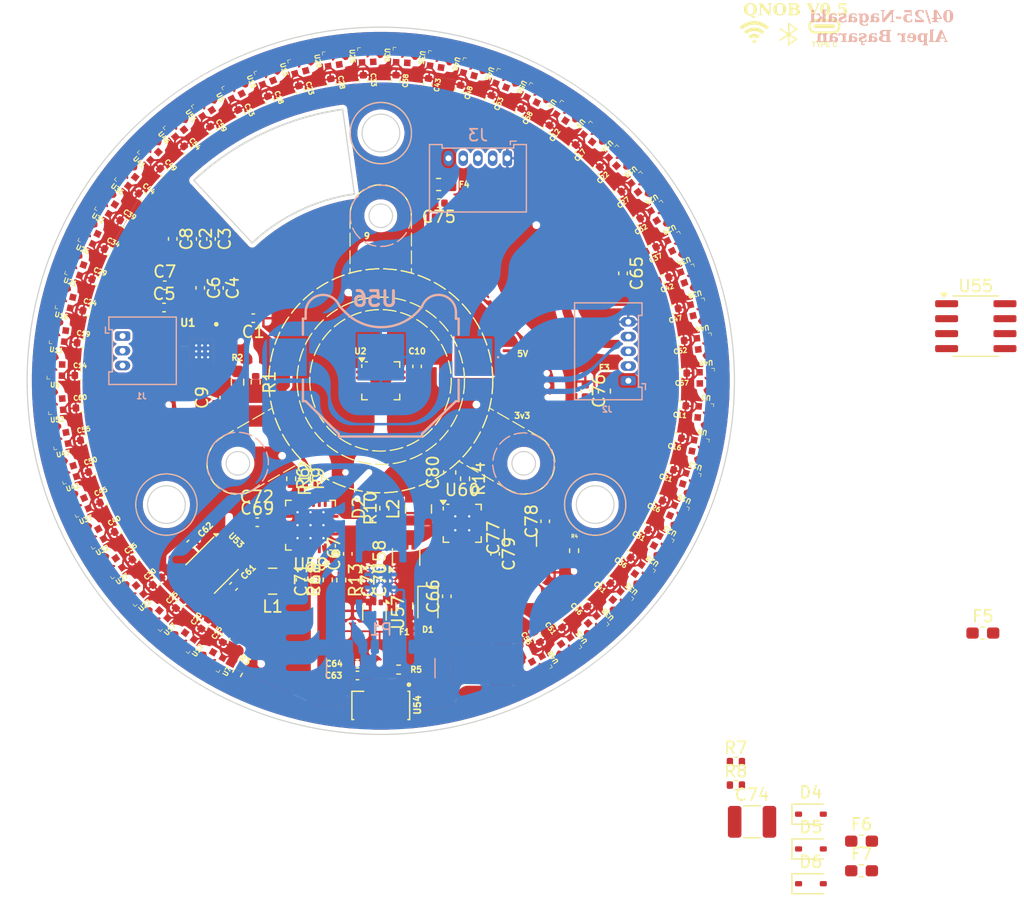
<source format=kicad_pcb>
(kicad_pcb (version 20241229) (generator "pcbnew") (generator_version "9.0")
  (layers (0 "F.Cu" signal) (2 "B.Cu" signal) (13 "F.Paste" user) (15 "B.Paste" user) (5 "F.SilkS" user "F.Silkscreen") (7 "B.SilkS" user "B.Silkscreen") (1 "F.Mask" user) (3 "B.Mask" user) (25 "Edge.Cuts" user))
  (net 0 "")
  (net 1 "GND")
  (net 2 "/Motor drive/CP")
  (net 3 "/Motor drive/MOT_A")
  (net 4 "/Motor drive/MOT_B")
  (net 5 "/Motor drive/MOT_C")
  (net 6 "VSYS_PROTECTED")
  (net 7 "/GPIO5")
  (net 8 "/GPIO8")
  (net 9 "/GPIO7")
  (net 10 "/GPIO6")
  (net 11 "/GPIO20")
  (net 12 "/GPIO21")
  (net 13 "DRV8311_3v3")
  (net 14 "Net-(U4-DIn)")
  (net 15 "Net-(U4-Dout)")
  (net 16 "Net-(U10-DIn)")
  (net 17 "Net-(U10-Dout)")
  (net 18 "Net-(U11-Dout)")
  (net 19 "Net-(U12-Dout)")
  (net 20 "Net-(U13-Dout)")
  (net 21 "Net-(U14-Dout)")
  (net 22 "Net-(U15-Dout)")
  (net 23 "Net-(U16-Dout)")
  (net 24 "Net-(U17-Dout)")
  (net 25 "Net-(U18-Dout)")
  (net 26 "Net-(U19-Dout)")
  (net 27 "Net-(U20-Dout)")
  (net 28 "Net-(U21-Dout)")
  (net 29 "Net-(U22-Dout)")
  (net 30 "Net-(U23-Dout)")
  (net 31 "Net-(U24-Dout)")
  (net 32 "Net-(U25-Dout)")
  (net 33 "Net-(U26-Dout)")
  (net 34 "Net-(U27-Dout)")
  (net 35 "Net-(U28-Dout)")
  (net 36 "Net-(U29-Dout)")
  (net 37 "Net-(U30-Dout)")
  (net 38 "Net-(U31-Dout)")
  (net 39 "Net-(U32-Dout)")
  (net 40 "Net-(U33-Dout)")
  (net 41 "Net-(U34-Dout)")
  (net 42 "Net-(U35-Dout)")
  (net 43 "Net-(U36-Dout)")
  (net 44 "Net-(U37-Dout)")
  (net 45 "Net-(U38-Dout)")
  (net 46 "Net-(U39-Dout)")
  (net 47 "Net-(U40-Dout)")
  (net 48 "Net-(U41-Dout)")
  (net 49 "Net-(U42-Dout)")
  (net 50 "Net-(U43-Dout)")
  (net 51 "Net-(U44-Dout)")
  (net 52 "Net-(U45-Dout)")
  (net 53 "Net-(U46-Dout)")
  (net 54 "Net-(U47-Dout)")
  (net 55 "Net-(U48-Dout)")
  (net 56 "Net-(U52-Dout)")
  (net 57 "3V3_Protected")
  (net 58 "/GPIO1")
  (net 59 "Net-(J2-Pin_1)")
  (net 60 "/leds/LED_Din")
  (net 61 "Net-(D1-K)")
  (net 62 "/encoder/MODE")
  (net 63 "/ENC_POWER")
  (net 64 "/Connectors/LED_CTRL")
  (net 65 "/Connectors/GPIO4")
  (net 66 "/Connectors/GPIO3")
  (net 67 "/Connectors/GPIO0")
  (net 68 "/Connectors/GPIO21")
  (net 69 "/Connectors/GPIO20")
  (net 70 "Net-(U59-BTST)")
  (net 71 "Net-(C68-Pad2)")
  (net 72 "Net-(U59-REGN)")
  (net 73 "Net-(U59-PMID)")
  (net 74 "Net-(J3-Pin_5)")
  (net 78 "Net-(U59-ILIM)")
  (net 79 "Net-(D2-A)")
  (net 80 "Net-(U59-TS)")
  (net 81 "Net-(U59-DSEL)")
  (net 86 "VBUS_Protected")
  (net 87 "VBUS")
  (net 88 "Net-(P1-D-)")
  (net 89 "Net-(P1-D+)")
  (net 90 "Net-(D2-K)")
  (net 91 "VREF")
  (net 92 "/Connectors/SDA")
  (net 93 "/Connectors/SCL")
  (net 94 "/Connectors/INT")
  (net 95 "/Connectors/OTG")
  (net 96 "/Connectors/!CE")
  (net 97 "/Connectors/D-")
  (net 98 "/Connectors/D+")
  (net 99 "Net-(C69-Pad2)")
  (net 100 "Net-(C70-Pad2)")
  (net 101 "5V")
  (net 102 "Net-(D5-K)")
  (net 103 "Net-(U60-SS{slash}TR)")
  (net 104 "Net-(D6-K)")
  (net 105 "3V3")
  (net 106 "Net-(L2-Pad1)")
  (net 107 "Net-(U1-nFault)")
  (net 108 "Net-(U1-CS_GAIN)")
  (net 109 "Net-(U7-DIn)")
  (net 125 "Net-(U3-Dout)")
  (net 126 "Net-(U3-DIn)")
  (net 127 "Net-(U5-DIn)")
  (net 128 "Net-(U11-DIn)")
  (net 129 "Net-(U12-DIn)")
  (net 130 "Net-(U13-DIn)")
  (net 131 "Net-(U14-DIn)")
  (net 133 "Net-(U55-X1)")
  (net 134 "Net-(U55-VBAT)")
  (net 136 "Net-(U55-X2)")
  (footprint "Resistor_SMD:R_0402_1005Metric" (layer "F.Cu") (at -12.155001 24.771673 60)
    (property "Reference" "R3")
    (property "Value" "500")
  )
  (footprint "Fuse:Fuse_0603_1608Metric_Pad1.05x0.95mm_HandSolder" (layer "F.Cu") (at 40.785 39.055)
    (property "Reference" "F6")
    (property "Value" "1A")
  )
  (footprint "Capacitor_SMD:C_0402_1005Metric" (layer "F.Cu") (at -18.369324 -17.657819 135.9192)
    (property "Reference" "C49")
    (property "Value" "100n 10V")
  )
  (footprint "custom_led:SK6805-EC15" (layer "F.Cu") (at 25.16567 11.183257 156.7368)
    (property "Reference" "U18")
    (property "Value" "~")
  )
  (footprint "custom_led:SK6805-EC15" (layer "F.Cu") (at 15.96371 22.439612 126.1248)
    (property "Reference" "U43")
    (property "Value" "~")
  )
  (footprint "Diode_SMD:D_SOD-323" (layer "F.Cu") (at 4 19.05 -90)
    (property "Reference" "D1")
    (property "Value" "ESD5Zxx")
  )
  (footprint "Capacitor_SMD:C_0402_1005Metric" (layer "F.Cu") (at 17.200724 18.798024 -47.7528)
    (property "Reference" "C46")
    (property "Value" "100n 10V")
  )
  (footprint "custom_led:SK6805-EC15" (layer "F.Cu") (at -9.74911 -25.755214 -68.5704)
    (property "Reference" "U10")
    (property "Value" "~")
  )
  (footprint "custom_led:SK6805-EC15" (layer "F.Cu") (at -26.411843 7.796844 17.1432)
    (property "Reference" "U42")
    (property "Value" "~")
  )
  (footprint "custom_led:SK6805-EC15" (layer "F.Cu") (at -25.830234 -9.548572 -19.5912)
    (property "Reference" "U21")
    (property "Value" "~")
  )
  (footprint "Capacitor_SMD:C_0402_1005Metric" (layer "F.Cu") (at 3.972863 -25.168372 80.8176)
    (property "Reference" "C43")
    (property "Value" "100n 10V")
  )
  (footprint "custom_led:SK6805-EC15" (layer "F.Cu") (at 20.359736 18.543392 138.3696)
    (property "Reference" "U33")
    (property "Value" "~")
  )
  (footprint "symbols:bluetooth_2.5mm" (layer "F.Cu") (at 34.675833 -29.411146)
    (property "Reference" "G***" (hide yes))
    (property "Value" "LOGO" (hide yes))
  )
  (footprint "symbols:wifi" (layer "F.Cu") (at 31.68 -29.58)
    (property "Reference" "G***" (hide yes))
    (property "Value" "LOGO" (hide yes))
  )
  (footprint "Capacitor_SMD:C_0402_1005Metric" (layer "F.Cu") (at -2.25 16.93 -90)
    (property "Reference" "C73")
    (property "Value" "10u")
  )
  (footprint "custom_led:SK6805-EC15" (layer "F.Cu") (at -4.064924 -27.236971 -80.8152)
    (property "Reference" "U20")
    (property "Value" "~")
  )
  (footprint "Capacitor_SMD:C_0402_1005Metric" (layer "F.Cu") (at -22.997608 -10.969988 154.2864)
    (property "Reference" "C34")
    (property "Value" "100n 10V")
  )
  (footprint "Fuse:Fuse_0603_1608Metric_Pad1.05x0.95mm_HandSolder" (layer "F.Cu") (at 4.907696 -16.65)
    (property "Reference" "F4")
    (property "Value" "500m")
  )
  (footprint "Capacitor_SMD:C_0402_1005Metric" (layer "F.Cu") (at -18.327499 -8.099999)
    (property "Reference" "C7")
    (property "Value" "100n")
  )
  (footprint "Package_DFN_QFN:VQFN-16-1EP_3x3mm_P0.5mm_EP1.68x1.68mm_ThermalVias" (layer "F.Cu") (at 6.91 12.09)
    (property "Reference" "U60")
    (property "Value" "TPS62130")
  )
  (footprint "Resistor_SMD:R_0402_1005Metric" (layer "F.Cu") (at -4.5 16.89 90)
    (property "Reference" "R11")
    (property "Value" "10k")
  )
  (footprint "custom_led:SK6805-EC15" (layer "F.Cu") (at 20.013252 -18.916817 -135.9168)
    (property "Reference" "U14")
    (property "Value" "~")
  )
  (footprint "Capacitor_SMD:C_0402_1005Metric" (layer "F.Cu") (at -21.696457 -13.360178 148.164)
    (property "Reference" "C39")
    (property "Value" "100n 10V")
  )
  (footprint "Capacitor_SMD:C_1210_3225Metric" (layer "F.Cu") (at 31.495 37.415)
    (property "Reference" "C74")
    (property "Value" "1u")
  )
  (footprint "custom_led:SK6805-EC15" (layer "F.Cu") (at 22.221315 16.266203 144.492)
    (property "Reference" "U28")
    (property "Value" "~")
  )
  (footprint "Capacitor_SMD:C_0402_1005Metric" (layer "F.Cu") (at -13.724678 -7.87171 -90)
    (property "Reference" "C4")
    (property "Value" "10u")
  )
  (footprint "Resistor_SMD:R_0402_1005Metric" (layer "F.Cu") (at -3.35 16.91 -90)
    (property "Reference" "R13")
    (property "Value" "10k")
  )
  (footprint "custom_led:SK6805-EC15" (layer "F.Cu") (at 13.479411 24.014198 120.0024)
    (property "Reference" "U48")
    (property "Value" "~")
  )
  (footprint "Fuse:Fuse_0603_1608Metric_Pad1.05x0.95mm_HandSolder" (layer "F.Cu") (at 40.785 41.565)
    (property "Reference" "F7")
    (property "Value" "200mA")
  )
  (footprint "custom_led:SK6805-EC15" (layer "F.Cu") (at -6.946638 -26.648085 -74.6928)
    (property "Reference" "U15")
    (property "Value" "~")
  )
  (footprint "Capacitor_SMD:C_0402_1005Metric" (layer "F.Cu") (at -14.206399 -21.152041 123.6744)
    (property "Reference" "C59")
    (property "Value" "100n 10V")
  )
  (footprint "custom_led:SK6805-EC15" (layer "F.Cu") (at -19.548305 -19.396906 -44.0808)
    (property "Reference" "U41")
    (property "Value" "~")
  )
  (footprint "custom_led:SK6805-EC15" (layer "F.Cu") (at 24.954506 -11.646837 -154.284)
    (property "Reference" "U29")
    (property "Value" "~")
  )
  (footprint "LED_SMD:LED_0402_1005Metric" (layer "F.Cu") (at -0.7 10.7825 90)
    (property "Reference" "D2")
    (property "Value" "white")
  )
  (footprint "custom_led:SK6805-EC15" (layer "F.Cu") (at 17.881571 -20.943391 -129.7944)
    (property "Reference" "U9")
    (property "Value" "~")
  )
  (footprint "Capacitor_SMD:C_0402_1005Metric" (layer "F.Cu") (at -6.8 16.88 -90)
    (property "Reference" "C68")
    (property "Value" "47n")
  )
  (footprint "Capacitor_SMD:C_0402_1005Metric" (layer "F.Cu") (at 17.35 0.86 -90)
    (property "Reference" "C76")
    (property "Value" "10u")
  )
  (footprint "Resistor_SMD:R_0402_1005Metric" (layer "F.Cu") (at -5.4 8.29 90)
    (property "Reference" "R6")
    (property "Value" "10k")
  )
  (footprint "Capacitor_SMD:C_0402_1005Metric" (layer "F.Cu") (at 11.701171 -22.634337 62.4504)
    (property "Reference" "C58")
    (property "Value" "100n 10V")
  )
  (footprint "Capacitor_SMD:C_0402_1005Metric" (layer "F.Cu") (at -24.991887 4.963485 -168.9792)
    (property "Reference" "C55")
    (property "Value" "100n 10V")
  )
  (footprint "Package_LGA:Bosch_LGA-8_3x3mm_P0.8mm_ClockwisePinNumbering" (layer "F.Cu") (at -14.263536 15.755491 -45)
    (property "Reference" "U53")
    (property "Value" "BME688")
  )
  (footprint "Capacitor_SMD:C_0402_1005Metric" (layer "F.Cu") (at -16.110589 13.850589 -135)
    (property "Reference" "C62")
    (property "Value" "100n")
  )
  (footprint "Fuse:Fuse_0603_1608Metric_Pad1.05x0.95mm_HandSolder" (layer "F.Cu") (at 18.97 0.875 90)
    (property "Reference" "F3")
    (property "Value" "500m")
  )
  (footprint "Capacitor_SMD:C_0402_1005Metric" (layer "F.Cu") (at -5.6 16.88 90)
    (property "Reference" "C71")
    (property "Value" "47n")
  )
  (footprint "custom_led:SK6805-EC15" (layer "F.Cu") (at 26.856966 -6.0893 -166.5288)
    (property "Reference" "U39")
    (property "Value" "~")
  )
  (footprint "Capacitor_SMD:C_0402_1005Metric" (layer "F.Cu") (at 23.972772 -8.633468 19.5936)
    (property "Reference" "C42")
    (property "Value" "100n 10V")
  )
  (footprint "Resistor_SMD:R_0402_1005Metric" (layer "F.Cu") (at -6.5 8.29 -90)
    (property "Reference" "R9")
    (property "Value" "260")
  )
  (footprint "custom_led:SK6805-EC15" (layer "F.Cu") (at 21.916634 -16.674452 -142.0392)
    (property "Reference" "U19")
    (property "Value" "~")
  )
  (footprint "Capacitor_SMD:C_0402_1005Metric_Pad0.74x0.62mm_HandSolder" (layer "F.Cu") (at 20.55 -9.1125 -90)
    (property "Reference" "C65")
    (property "Value" "100n")
  )
  (footprint "Resistor_SMD:R_0402_1005Metric" (layer "F.Cu") (at -10.61 0.1175 -90)
    (property "Reference" "R1")
    (property "Value" "4.7k")
  )
  (footprint "Capacitor_SMD:C_0402_1005Metric" (layer "F.Cu") (at -20.686026 14.876791 -144.4896)
    (property "Reference" "C35")
    (property "Value" "100n 10V")
  )
  (footprint "custom_led:SK6805-EC15" (layer "F.Cu") (at 18.265906 20.609049 132.2472)
    (property "Reference" "U38")
    (property "Value" "~")
  )
  (footprint "custom_led:SK6805-EC15" (layer "F.Cu") (at -14.989718 -23.101614 -56.3256)
    (property "Reference" "U51")
    (property "Value" "~")
  )
  (footprint "Capacitor_SMD:C_0402_1005Metric" (layer "F.Cu") (at -25.476031 -0.449936 178.776)
    (property "Reference" "C14")
    (property "Value" "100n 10V")
  )
  (footprint "Capacitor_SMD:C_0402_1005Metric" (layer "F.Cu") (at 4.922696 -15.070001 180)
    (property "Reference" "C75")
    (property "Value" "10u")
  )
  (footprint "Capacitor_SMD:C_0402_1005Metric" (layer "F.Cu") (at -22.154691 12.585716 -150.612)
    (property "Reference" "C40")
    (property "Value" "100n 10V")
  )
  (footprint "Diode_SMD:D_SOD-323" (layer "F.Cu") (at 36.49 36.765)
    (property "Reference" "D4")
    (property "Value" "ESD5Zxx")
  )
  (footprint "Package_DFN_QFN:IC_DRV8311HRRWR" (layer "F.Cu") (at -15.155583 -2.495806 -90)
    (property "Reference" "U1")
    (property "Value" "~")
  )
  (footprint "Capacitor_SMD:C_0402_1005Metric" (layer "F.Cu") (at -24.801034 -5.842886 166.5312)
    (property "Reference" "C24")
    (property "Value" "100n 10V")
  )
  (footprint "custom_led:SK6805-EC15" (layer "F.Cu") (at -22.609502 15.72217 35.5104)
    (property "Reference" "U27")
    (property "Value" "~")
  )
  (footprint "Capacitor_SMD:C_0402_1005Metric" (layer "F.Cu") (at -1.98 25)
    (property "Reference" "C63")
    (property "Value" "10u")
  )
  (footprint "Capacitor_SMD:C_0402_1005Metric" (layer "F.Cu") (at -20.147807 -15.597964 142.0416)
    (property "Reference" "C44")
    (property "Value" "100n 10V")
  )
  (footprint "Inductor_SMD:L_Wuerth_MAPI-2506" (layer "F.Cu") (at -9.175 17 180)
    (property "Reference" "L1")
    (property "Value" "2.2u")
  )
  (footprint "Capacitor_SMD:C_0402_1005Metric" (layer "F.Cu") (at 19.107478 16.856301 -41.6304)
    (property "Reference" "C41")
    (property "Value" "100n 10V")
  )
  (footprint "Capacitor_SMD:C_0402_1005Metric" (layer "F.Cu") (at 6.634481 -24.601103 74.6952)
    (property "Reference" "C48")
    (property "Value" "100n 10V")
  )
  (footprint "Capacitor_SMD:C_1210_3225Metric" (layer "F.Cu") (at 11.85 13.325 90)
    (property "Reference" "C77")
    (property "Value" "100n")
  )
  (footprint "Capacitor_SMD:C_0402_1005Metric" (layer "F.Cu") (at 16.235467 -19.637724 50.2056)
    (property "Reference" "C17")
    (property "Value" "100n 10V")
  )
  (footprint "Capacitor_SMD:C_0402_1005Metric" (layer "F.Cu") (at -10.52 11)
    (property "Reference" "C72")
    (property "Value" "10u")
  )
  (footprint "Capacitor_SMD:C_0402_1005Metric" (layer "F.Cu") (at -1.98 24)
    (property "Reference" "C64")
    (property "Value" "100n")
  )
  (footprint "custom_led:SK6805-EC15" (layer "F.Cu") (at -16.503549 22.045613 53.8776)
    (property "Reference" "U12")
    (property "Value" "~")
  )
  (footprint "Capacitor_SMD:C_0402_1005Metric" (layer "F.Cu") (at 20.796267 14.722292 -35.508)
    (property "Reference" "C36")
    (property "Value" "100n 10V")
  )
  (footprint "Capacitor_SMD:C_0402_1005Metric" (layer "F.Cu") (at 15.097754 20.525312 -53.8752)
    (property "Reference" "C51")
    (property "Value" "100n 10V")
  )
  (footprint "custom_led:SK6805-EC15" (layer "F.Cu") (at 26.965006 5.59148 168.9816)
    (property "Reference" "U8")
    (property "Value" "~")
  )
  (footprint "custom_led:SK6805-EC15" (layer "F.Cu") (at 27.353224 -3.190198 -172.6512)
    (property "Reference" "U44")
    (property "Value" "~")
  )
  (footprint "Capacitor_SMD:C_0402_1005Metric" (layer "F.Cu") (at -14 1.425009 90)
    (property "Reference" "C9")
    (property "Value" "4.7u")
  )
  (footprint "Capacitor_SMD:C_0402_1005Metric" (layer "F.Cu") (at -24.036417 -8.45466 160.4088)
    (property "Reference" "C29")
    (property "Value" "100n 10V")
  )
  (footprint "Capacitor_SMD:C_0402_1005Metric" (layer "F.Cu") (at 1.265926 -25.448537 86.94)
    (property "Reference" "C38")
    (property "Value" "100n 10V")
  )
  (footprint "Package_TO_SOT_SMD:SOT-363_SC-70-6" (layer "F.Cu") (at 2.15 14.95 90)
    (property "Reference" "U58")
    (property "Value" "LM66100DCK")
  )
  (footprint "custom_led:SK6805-EC15" (layer "F.Cu") (at -27.464607 2.017807 4.8984)
    (property "Reference" "U52")
    (property "Value" "~")
  )
  (footprint "Package_SO:SOIC-8_3.9x4.9mm_P1.27mm" (layer "F.Cu") (at 50.475 -4.635)
    (property "Reference" "U55")
    (property "Value" "DS1307Z+")
  )
  (footprint "Capacitor_SMD:C_0402_1005Metric" (layer "F.Cu") (at 9.7 14.68 -90)
    (property "Reference" "C79")
    (property "Value" "3.3n")
  )
  (footprint "Capacitor_SMD:C_0402_1005Metric" (layer "F.Cu") (at -9.397094 -23.68386 111.4296)
    (property "Reference" "C18")
    (property "Value" "100n 10V")
  )
  (footprint "custom_led:SK6805-EC15" (layer "F.Cu") (at 26.214859 8.435482 162.8592)
    (property "Reference" "U13")
    (property "Value" "~")
  )
  (footprint "Fuse:Fuse_0603_1608Metric_Pad1.05x0.95mm_HandSolder" (layer "F.Cu") (at 51.075 21.4)
    (property "Reference" "F5")
    (property "Value" "1A")
  )
  (footprint "Capacitor_SMD:C_0402_1005Metric" (layer "F.Cu") (at -10.818274 -5.309999 180)
    (property "Reference" "C1")
    (property "Value" "100n")
  )
  (footprint "Resistor_SMD:R_0402_1005Metric" (layer "F.Cu") (at 16.4 14.415 -90)
    (property "Reference" "R4")
    (property "Value" "500")
  )
  (footprint "custom_led:SK6805-EC15" (layer "F.Cu") (at -1.136839 -27.515156 -86.9376)
    (property "Reference" "U25")
    (property "Value" "~")
  )
  (footprint "Package_TO_SOT_SMD:SOT-666" (layer "F.Cu") (at -0.5375 19.65 -90)
    (property "Reference" "U57")
    (property "Value" "USBLC6-2P6")
  )
  (footprint "Capacitor_SMD:C_0402_1005Metric" (layer "F.Cu") (at -4.160228 -25.138081 99.1848)
    (property "Reference" "C28")
    (property "Value" "100n 10V")
  )
  (footprint "Capacitor_SMD:C_0402_1005Metric" (layer "F.Cu") (at -10.48 12)
    (property "Reference" "C69")
    (property "Value" "10u")
  )
  (footprint "Capacitor_SMD:C_0402_1005Metric" (layer "F.Cu") (at -17.060223 18.925628 -132.2448)
    (property "Reference" "C25")
    (property "Value" "100n 10V")
  )
  (footprint "Fuse:Fuse_0805_2012Metric_Pad1.15x1.40mm_HandSolder" (layer "F.Cu") (at 2 19.105 90)
    (property "Reference" "F1")
    (property "Value" "2.5A")
  )
  (footprint "Capacitor_SMD:C_0402_1005Metric" (layer "F.Cu") (at 21.596337 -13.521421 31.8384)
    (property "Reference" "C32")
    (property "Value" "100n 10V")
  )
  (footprint "custom_led:SK6805-EC15" (layer "F.Cu") (at -18.760645 20.159722 47.7552)
    (property "Reference" "U17")
    (property "Value" "~")
  )
  (footprint "Capacitor_SMD:C_0402_1005Metric" (layer "F.Cu") (at -16.381295 -19.516244 129.7968)
    (property "Reference" "C54")
    (property "Value" "100n 10V")
  )
  (footprint "custom_led:SK6805-EC15" (layer "F.Cu") (at 1.804213 -27.479465 -93.06)
    (property "Reference" "U30")
    (property "Value" "~")
  )
  (footprint "Capacitor_SMD:C_0402_1005Metric" (layer "F.Cu") (at 25.394914 2.080615 -4.896)
    (property "Reference" "C11")
    (property "Value" "100n 10V")
  )
  (footprint "custom_led:SK6805-EC15" (layer "F.Cu") (at -26.701288 -6.739243 -13.4688)
    (property "Reference" "U16")
    (property "Value" "~")
  )
  (footprint "Resistor_SMD:R_0402_1005Metric" (layer "F.Cu") (at 7.15 8.31 -90)
    (property "Reference" "R14")
    (property "Value" "100k")
  )
  (footprint "Capacitor_SMD:C_0603_1608Metric" (layer "F.Cu") (at 5.85 7.775 90)
    (property "Reference" "C80")
    (property "Value" "22u")
  )
  (footprint "Capacitor_SMD:C_0402_1005Metric" (layer "F.Cu") (at -14.944446 20.637203 -126.1224)
    (property "Reference" "C20")
    (property "Value" "100n 10V")
  )
  (footprint "Diode_SMD:D_SOD-323" (layer "F.Cu") (at 36.49 39.715)
    (property "Reference" "D5")
    (property "Value" "ESD5Zxx")
  )
  (footprint "Package_DFN_QFN:QFN-16-1EP_3x3mm_P0.5mm_EP1.7x1.7mm" (layer "F.Cu") (at 0 0)
    (property "Reference" "U2")
    (property "Value" "MT6701QT")
  )
  (footprint "custom_led:SK6805-EC15" (layer "F.Cu") (at 10.371239 -25.511049 -111.4272)
    (property "Reference" "U45")
    (property "Value" "~")
  )
  (footprint "Capacitor_SMD:C_0402_1005Metric" (layer "F.Cu") (at -17.650001 -12.037499 -90)
    (property "Reference" "C8")
    (property "Value" "100n")
  )
  (footprint "Capacitor_SMD:C_0402_1005Metric" (layer "F.Cu") (at 9.220416 -23.7532 68.5728)
    (property "Reference" "C53")
    (property "Value" "100n 10V")
  )
  (footprint "Capacitor_SMD:C_0402_1005Metric" (layer "F.Cu") (at 22.915256 -11.140989 25.716)
    (property "Reference" "C37")
    (property "Value" "100n 10V")
  )
  (footprint "custom_led:SK6805-EC15" (layer "F.Cu") (at 23.829408 13.803461 150.6144)
    (property "Reference" "U23")
    (property "Value" "~")
  )
  (footprint "Capacitor_SMD:C_0402_1005Metric" (layer "F.Cu") (at 25.028166 4.777187 -11.0184)
    (property "Reference" "C16")
    (property "Value" "100n 10V")
  )
  (footprint "Capacitor_SMD:C_0402_1005Metric" (layer "F.Cu") (at 22.247826 12.42034 -29.3856)
    (property "Reference" "C31")
    (property "Value" "100n 10V")
  )
  (footprint "custom_led:SK6805-EC15" (layer "F.Cu") (at -17.368073 -21.371154 -50.2032)
    (property "Reference" "U46")
    (property "Value" "~")
  )
  (footprint "Capacitor_SMD:C_0402_1005Metric" (layer "F.Cu") (at 25.471973 -0.63969 1.2264)
    (property "Reference" "C57")
    (property "Value" "100n 10V")
  )
  (footprint "Capacitor_SMD:C_0402_1005Metric" (layer "F.Cu") (at 14.048447 -21.257275 56.328)
    (property "Reference" "C12")
    (property "Value" "100n 10V")
  )
  (footprint "Capacitor_SMD:C_0402_1005Metric" (layer "F.Cu") (at -11.869446 -22.546549 117.552)
    (property "Reference" "C13")
    (property "Value" "100n 10V")
  )
  (footprint "Capacitor_SMD:C_0402_1005Metric" (layer "F.Cu") (at 5.6 18.28 90)
    (property "Reference" "C66")
    (property "Value" "1u")
  )
  (footprint "Resistor_SMD:R_0603_1608Metric_Pad0.98x0.95mm_HandSolder" (layer "F.Cu") (at -12.150874 0.113905 -90)
    (property "Reference" "R2")
    (property "Value" "0")
  )
  (footprint "Package_DFN_QFN:Texas_RTW_WQFN-24-1EP_4x4mm_P0.5mm_EP2.7x2.7mm_ThermalVias" (layer "F.Cu") (at -5.9625 12.25 180)
    (property "Reference" "U59")
    (property "Value" "BQ25895RTW")
  )
  (footprint "Capacitor_SMD:C_0402_1005Metric" (layer "F.Cu") (at -16.000001 -12.037499 -90)
    (property "Reference" "C2")
    (property "Value" "10u")
  )
  (footprint "Capacitor_SMD:C_0402_1005Metric" (layer "F.Cu") (at -13.16 21.755692 -120)
    (property "Reference" "C15")
    (property "Value" "100n 10V")
  )
  (footprint "Inductor_SMD:L_Wuerth_MAPI-2506" (layer "F.Cu") (at 3.2 10.875 90)
    (property "Reference" "L2")
    (property "Value" "2.2u")
  )
  (footprint "custom_led:SK6805-EC15" (layer "F.Cu") (at 4.724685 -27.130307 -99.1824)
    (property "Reference" "U35")
    (property "Value" "~")
  )
  (footprint "Capacitor_SMD:C_0402_1005Metric" (layer "F.Cu") (at 24.756823 -6.027462 13.4712)
    (property "Reference" "C47")
    (property "Value" "100n 10V")
  )
  (footprint "symbols:usb-c" (layer "F.Cu") (at 37.710814 -29.951928)
    (property "Reference" "G***" (hide yes))
    (property "Value" "LOGO" (hide yes))
  )
  (footprint "custom_led:SK6805-EC15" (layer "F.Cu") (at -25.429643 10.56927 23.2656)
    (property "Reference" "U37")
    (property "Value" "~")
  )
  (footprint "Capacitor_SMD:C_0402_1005Metric" (layer "F.Cu") (at 13.265017 21.740682 -59.9976)
    (property "Reference" "C56")
    (property "Value" "100n 10V")
  )
  (footprint "custom_led:SK6805-EC15" (layer "F.Cu") (at -27.092753 4.935476 11.0208)
    (property "Reference" "U47")
    (property "Value" "~")
  )
  (footprint "Capacitor_SMD:C_0402_1005Metric" (layer "F.Cu") (at 25.258464 -3.352699 7.3488)
    (property "Reference" "C52")
    (property "Value" "100n 10V")
  )
  (footprint "custom_led:SK6805-EC15" (layer "F.Cu") (at -24.157358 13.221129 29.388)
    (property "Reference" "U32")
    (property "Value" "~")
  )
  (footprint "Capacitor_SMD:C_0402_1005Metric" (layer "F.Cu") (at -12.489411 17.439411 -135)
    (property "Reference" "C61")
    (property "Value" "100n")
  )
  (footprint "Resistor_SMD:R_0402_1005Metric" (layer "F.Cu") (at 0.3 10.81 90)
    (property "Reference" "R10")
    (property "Value" "2k2")
  )
  (footprint "Capacitor_SMD:C_0402_1005Metric" (layer "F.Cu") (at 13.95 11.92 90)
    (property "Reference" "C78")
    (property "Value" "10u")
  )
  (footprint "Capacitor_SMD:C_0402_1005Metric" (layer "F.Cu") (at -6.817546 -24.551001 105.3072)
    (property "Reference" "C23")
    (property "Value" "100n 10V")
  )
  (footprint "custom_led:SK6805-EC15" (layer "F.Cu") (at -12.44037 -24.568545 -62.448)
    (property "Reference" "U5")
    (property "Value" "~")
  )
  (footprint "Capacitor_SMD:C_0402_1005Metric" (layer "F.Cu") (at 20.031061 -15.747609 37.9608)
    (property "Reference" "C27")
    (property "Value" "100n 10V")
  )
  (footprint "Capacitor_SMD:C_0402_1005Metric" (layer "F.Cu") (at -14.400001 -12.032501 -90)
    (property "Reference" "C3")
    (property "Value" "10u")
  )
  (footprint "custom_led:SK6805-EC15" (layer "F.Cu") (at -24.664524 -12.248977 -25.7136)
    (property "Reference" "U26")
    (property "Value" "~")
  )
  (footprint "Capacitor_SMD:C_0402_1005Metric" (layer "F.Cu") (at -23.37063 10.151071 -156.7344)
    (property "Reference" "C45")
    (property "Value" "100n 10V")
  )
  (footprint "Capacitor_SMD:C_0402_1005Metric" (layer "F.Cu") (at 18.237284 -17.794159 44.0832)
    (property "Reference" "C22")
    (property "Value" "100n 10V")
  )
  (footprint "custom_led:SK6805-EC15" (layer "F.Cu") (at -14.058192 23.680022 60)
    (property "Reference" "U7")
    (property "Value" "~")
  )
  (footprint "custom_led:SK6805-EC15" (layer "F.Cu") (at 15.545909 -22.731056 -123.672)
    (property "Reference" "U4")
    (property "Value" "~")
  )
  (footprint "custom_led:SK6805-EC15" (layer "F.Cu") (at -27.267752 -3.853038 -7.3464)
    (property "Reference" "U11")
    (property "Value" "~")
  )
  (footprint "Capacitor_SMD:C_0402_1005Metric" (layer "F.Cu") (at -1.2 16.93 -90)
    (property "Reference" "C70")
    (property "Value" "10u")
  )
  (footprint "Resistor_SMD:R_0402_1005Metric" (layer "F.Cu") (at 1.51 24.5)
    (property "Reference" "R5")
    (property "Value" "4.7k")
  )
  (footprint "custom_led:SK6805-EC15" (layer "F.Cu") (at 13.03291 -24.25942 -117.5496)
    (property "Reference" "U50")
    (property "Value" "~")
  )
  (footprint "Diode_SMD:D_SOD-323" (layer "F.Cu") (at 36.49 42.665)
    (property "Reference" "D6")
    (property "Value" "ESD5Zxx")
  )
  (footprint "Capacitor_SMD:C_0402_1005Metric" (layer "F.Cu") (at -2.8 14.68 90)
    (property "Reference" "C67")
    (property "Value" "1u")
  )
  (footprint "Capacitor_SMD:C_0402_1005Metric" (layer "F.Cu") (at -15.314678 -7.88171 -90)
    (property "Reference" "C6")
    (property "Value" "100n")
  )
  (footprint "Capacitor_SMD:C_0402_1005Metric" (layer "F.Cu") (at -18.981388 16.998162 -138.3672)
    (property "Reference" "C30")
    (property "Value" "100n 10V")
  )
  (footprint "custom_led:SK6805-EC15" (layer "F.Cu") (at -21.505542 -17.201391 -37.9584)
    (property "Reference" "U36")
    (property "Value" "~")
  )
  (footprint "Capacitor_SMD:C_0402_1005Metric" (layer "F.Cu") (at -24.319972 7.60063 -162.8568)
    (property "Reference" "C50")
    (property "Value" "100n 10V")
  )
  (footprint "custom_led:SK6805-EC15" (layer "F.Cu") (at 27.407553 2.683695 175.104)
    (property "Reference" "U3")
    (property "Value" "~")
  )
  (footprint "custom_led:SK6805-EC15" (layer "F.Cu") (at 27.537453 -0.254704 -178.7736)
    (property "Reference" "U49")
    (property "Value" "~")
  )
  (footprint "custom_led:SK6805-EC15" (layer "F.Cu") (at 26.054342 -8.91894 -160.4064)
    (property "Reference" "U34")
    (property "Value" "~")
  )
  (footprint "Capacitor_SMD:C_0402_1005Metric" (layer "F.Cu") (at -1.455453 -25.438401 93.0624)
    (property "Reference" "C33")
    (property "Value" "100n 10V")
  )
  (footprint "Capacitor_SMD:C_0402_1005Metric" (layer "F.Cu") (at 24.375913 7.419264 -17.1408)
    (property "Reference" "C21")
    (property "Value" "100n 10V")
  )
  (footprint "custom_led:SK6805-EC15" (layer "F.Cu") (at -27.523163 -0.922879 -1.224)
    (property "Reference" "U6")
    (property "Value" "~")
  )
  (footprint "Resistor_SMD:R_0402_1005Metric" (layer "F.Cu") (at -7.6 8.31 -90)
    (property "Reference" "R12")
    (property "Value" "10k")
  )
  (footprint "custom_led:SK6805-EC15" (layer "F.Cu") (at -23.217458 -14.809653 -31.836)
    (property "Reference" "U31")
    (property "Value" "~")
  )
  (footprint "Capacitor_SMD:C_0402_1005Metric" (layer "F.Cu") (at -25.282737 -3.16446 172.6536)
    (property "Reference" "C19")
    (property "Value" "100n 10V")
  )
  (footprint "Capacitor_SMD:C_0402_1005Metric" (layer "F.Cu") (at 3.08 -1.22 90)
    (property "Reference" "C10")
    (property "Value" "100n")
  )
  (footprint "Resistor_SMD:R_0402_1005Metric" (layer "F.Cu") (at 30.125 32.305)
    (property "Reference" "R7")
    (property "Value" "10k")
  )
  (footprint "custom_led:SK6805-EC15" (layer "F.Cu") (at -20.803731 18.043862 41.6328)
    (property "Reference" "U22")
    (property "Value" "~")
  )
  (footprint "custom_led:SK6805-EC15" (layer "F.Cu") (at 7.59126 -26.471664 -105.3048)
    (property "Reference" "U40")
    (property "Value" "~")
  )
  (footprint "Capacitor_SMD:C_0402_1005Metric" (layer "F.Cu") (at -18.38243 -6.213863)
    (property "Reference" "C5")
    (property "Value" "10u")
  )
  (footprint "custom:PHODET_VCNL4020" (layer "F.Cu") (at 0 27.54 -90)
    (property "Reference" "U54")
    (property "Value" "VCNL4020-GS08")
  )
  (footprint "custom_led:SK6805-EC15" (layer "F.Cu") (at 23.570006 -14.241876 -148.1616)
    (property "Reference" "U24")
    (property "Value" "~")
  )
  (footprint "Capacitor_SMD:C_0402_1005Metric" (layer "F.Cu") (at 23.445595 9.976706 -23.2632)
    (property "Reference" "C26")
    (property "Value" "100n 10V")
  )
  (footprint "Resistor_SMD:R_0402_1005Metric" (layer "F.Cu") (at 30.125 34.295)
    (property "Reference" "R8")
    (property "Value" "10k")
  )
  (footprint "Capacitor_SMD:C_0402_1005Metric" (layer "F.Cu") (at -25.378711 2.26972 -175.1016)
    (property "Reference" "C60")
    (property "Value" "100n 10V")
  )
  (footprint "custom:battery_holder_1225_SMD" (layer "B.Cu") (at 0 -1.278 180)
    (property "Reference" "U56")
    (property "Value" "~" (hide yes))
  )
  (footprint "Connector_USB:USB_C_Receptacle_GCT_USB4135-GF-A_6P_TopMnt_Horizontal" (layer "B.Cu") (at 0 25.6 180)
    (property "Reference" "P1")
    (property "Value" "USB_C_Plug_USB2.0")
  )
  (footprint "Connector_Molex:Molex_PicoBlade_53048-0510_1x05_P1.25mm_Horizontal" (layer "B.Cu") (at 10.739999 -18.879999 180)
    (property "Reference" "J3")
    (property "Value" "Conn_01x05")
  )
  (footprint "Connector_Molex:Molex_PicoBlade_53048-0310_1x03_P1.25mm_Horizontal" (layer "B.Cu") (at -21.908176 -3.798778 -90)
    (property "Reference" "J1")
    (property "Value" "Conn_01x03")
  )
  (footprint "Connector_Molex:Molex_PicoBlade_53048-0510_1x05_P1.25mm_Horizontal" (layer "B.Cu") (at 21 0 90)
    (property "Reference" "J2")
    (property "Value" "Conn_01x05")
  )
  (gr_line (start 2.6 -14.03) (end 2.6 -9.14) (stroke (width 0.1) (type dash)) (layer "F.SilkS"))
  (gr_circle (center 0 0) (end 9.5 0) (stroke (width 0.1) (type dash)) (fill no) (layer "F.SilkS"))
  (gr_circle (center -0.0254 -0.0386) (end 5.9746 -0.0386) (stroke (width 0.1) (type dash)) (fill no) (layer "F.SilkS"))
  (gr_line (start -13.450336 4.763334) (end -9.215472 2.318334) (stroke (width 0.1) (type dash)) (layer "F.SilkS"))
  (gr_circle (center 18.186533 10.5) (end 16.886533 12.751666) (stroke (width 0.1)) (fill no) (layer "F.SilkS"))
  (gr_circle (center 0 0) (end 7.1 0) (stroke (width 0.1) (type dash)) (fill no) (layer "F.SilkS"))
  (gr_circle (center -18.186533 10.5) (end -19.486533 8.248334) (stroke (width 0.1)) (fill no) (layer "F.SilkS"))
  (gr_line (start -10.845336 9.275324) (end -6.610472 6.830324) (stroke (width 0.1) (type dash)) (layer "F.SilkS"))
  (gr_arc (start 13.455336 4.754674) (mid 14.407002 8.30634) (end 10.855336 9.258006) (stroke (width 0.1) (type dash)) (layer "F.SilkS"))
  (gr_arc (start -10.845336 9.275326) (mid -14.397002 8.32366) (end -13.445336 4.771994) (stroke (width 0.1) (type dash)) (layer "F.SilkS"))
  (gr_line (start -2.61 -14.03) (end -2.61 -9.13999) (stroke (width 0.1) (type dash)) (layer "F.SilkS"))
  (gr_circle (center 18.186533 10.5) (end 16.886533 12.751666) (stroke (width 0.1)) (fill no) (layer "F.SilkS"))
  (gr_circle (center 0.01 -21.02) (end 2.61 -21.02) (stroke (width 0.1)) (fill no) (layer "F.SilkS"))
  (gr_line (start 13.455336 4.754674) (end 9.220463 2.309669) (stroke (width 0.1) (type dash)) (layer "F.SilkS"))
  (gr_circle (center 0 0) (end 9.5 0) (stroke (width 0.1) (type dash)) (fill no) (layer "F.SilkS"))
  (gr_arc (start -2.61 -14.03) (mid -0.01 -16.63) (end 2.59 -14.03) (stroke (width 0.1) (type dash)) (layer "F.SilkS"))
  (gr_line (start 10.855336 9.258006) (end 6.620463 6.813001) (stroke (width 0.1) (type dash)) (layer "F.SilkS"))
  (gr_circle (center -12.134356 6.97) (end -13.434356 4.718334) (stroke (width 0.1) (type dash)) (fill no) (layer "B.SilkS"))
  (gr_circle (center 0 -13.993661) (end 2.6 -13.993661) (stroke (width 0.1) (type dash)) (fill no) (layer "B.SilkS"))
  (gr_circle (center 12.103375 7.023661) (end 10.803375 9.275327) (stroke (width 0.1) (type dash)) (fill no) (layer "B.SilkS"))
  (gr_circle (center 18.186533 10.5) (end 16.886533 12.751666) (stroke (width 0.1)) (fill no) (layer "B.SilkS"))
  (gr_circle (center -18.186533 10.5) (end -19.486533 8.248334) (stroke (width 0.1)) (fill no) (layer "B.SilkS"))
  (gr_circle (center 0 -21) (end 2.6 -21) (stroke (width 0.1)) (fill no) (layer "B.SilkS"))
  (gr_circle (center 18.186533 10.5) (end 19.786533 10.5) (stroke (width 0.1)) (fill no) (layer "Edge.Cuts"))
  (gr_line (start -2.239994 -15.84) (end -3.235771 -23.023733) (stroke (width 0.1)) (layer "Edge.Cuts"))
  (gr_circle (center 0 0) (end 30 0) (stroke (width 0.1)) (fill no) (layer "Edge.Cuts"))
  (gr_arc (start -15.856403 -17.004029) (mid -10.009347 -20.985126) (end -3.235775 -23.023733) (stroke (width 0.15)) (layer "Edge.Cuts"))
  (gr_circle (center -18.186533 10.5) (end -16.586533 10.5) (stroke (width 0.1)) (fill no) (layer "Edge.Cuts"))
  (gr_line (start -15.856402 -17.004029) (end -10.91083 -11.699444) (stroke (width 0.1)) (layer "Edge.Cuts"))
  (gr_circle (center -12.124356 7) (end -12.624356 6.133975) (stroke (width 0.1)) (fill no) (layer "Edge.Cuts"))
  (gr_circle (center 0 -14) (end 1 -14) (stroke (width 0.1)) (fill no) (layer "Edge.Cuts"))
  (gr_circle (center 12.124356 7) (end 11.624356 7.866025) (stroke (width 0.1)) (fill no) (layer "Edge.Cuts"))
  (gr_circle (center 0.01 -21.02) (end 1.61 -21.02) (stroke (width 0.1)) (fill no) (layer "Edge.Cuts"))
  (gr_arc (start -10.91083 -11.699444) (mid -6.89363 -14.436103) (end -2.24 -15.84) (stroke (width 0.15)) (layer "Edge.Cuts"))
  (gr_text "9" (at -1.5 -12 0) (layer "F.SilkS") (effects (font (size 0.5 0.5) (thickness 0.125) (bold yes)) (justify left bottom)))
  (gr_text "QNOB V0.5" (at 30.75 -30.84 0) (layer "F.SilkS") (effects (font (size 1 1) (thickness 0.25) (bold yes)) (justify left bottom)))
  (gr_text "3v3" (at 11.25 3.25 0) (layer "F.SilkS") (effects (font (size 0.5 0.5) (thickness 0.125) (bold yes)) (justify left bottom)))
  (gr_text "5V" (at 11.5 -2 0) (layer "F.SilkS") (effects (font (size 0.5 0.5) (thickness 0.125) (bold yes)) (justify left bottom)))
  (gr_text "04/25-Nagasaki\nAlper Başaran" (at 42.5 -30 0) (layer "B.SilkS") (effects (font (size 1 1) (thickness 0.25) (bold yes)) (justify mirror)))
  (zone (net 6) (net_name "VSYS_PROTECTED") (layer "F.Cu") (priority 10) (connect_pads (clearance 0.1524)) (min_thickness 0.1524) (fill yes (thermal_gap 0.1524) (thermal_bridge_width 0.1524) (smoothing fillet) (radius 1))
    (polygon (pts (xy 14.04 22.11) (xy 12.851567 20.26609) (xy 11.66 19.476837) (xy 11.66 17.41) (xy 13.73 17.41) (xy 13.73 17.55) (xy 15.487037 17.538286) (xy 15.505506 19.007888) (xy 13.82048 19.029733) (xy 13.821283 19.0412) (xy 14.311366 19.989752) (xy 14.29122 20.140843) (xy 14.621568 20.643302) (xy 14.599259 20.645671) (xy 15.145251 21.373661)))
  )
  (zone (net 63) (net_name "/ENC_POWER") (layer "F.Cu") (priority 7) (connect_pads (clearance 0.1524)) (min_thickness 0.1524) (fill yes (thermal_gap 0.1524) (thermal_bridge_width 0.1524) (smoothing chamfer) (radius 0.5))
    (polygon (pts (xy 0.473616 -1.039445) (xy 2.04 -1.04) (xy 2.03 -1.34) (xy 4.950527 -1.366516) (xy 4.954569 0.8) (xy 12.825 0.8) (xy 12.825 -0.221282) (xy 6.05 -0.25) (xy 6.045571 -5.23776) (xy 0.47522 -5.277334)))
  )
  (zone (net 6) (net_name "VSYS_PROTECTED") (layer "F.Cu") (priority 3) (connect_pads yes (clearance 0.1)) (min_thickness 0.25) (fill yes (thermal_gap 0.5) (thermal_bridge_width 0.5) (smoothing fillet) (radius 2))
    (polygon (pts (xy -22.735655 -11.584096) (xy -21.231965 -10.73) (xy -19.956065 -8.689657) (xy -19.333774 -8.665723) (xy -17.158468 -6.31) (xy -12.474333 -6.31) (xy -10.786664 -8.094408) (xy -10.848439 -11.435011) (xy -11.982754 -12.548087) (xy -16.113353 -12.546389) (xy -15.820483 -12.36893) (xy -18.783574 -12.375971) (xy -20.55 -15.4)))
  )
  (zone (net 2) (net_name "/Motor drive/CP") (layer "F.Cu") (priority 4) (connect_pads yes (clearance 0.1524)) (min_thickness 0.1524) (fill yes (thermal_gap 0.5) (thermal_bridge_width 0.5))
    (polygon (pts (xy -13.154933 -7.696097) (xy -13.16 -6.38) (xy -14.28723 -6.39) (xy -14.583947 -5.560468) (xy -14.616305 -3.736255) (xy -16.067444 -3.685779) (xy -16.067443 -6.480554) (xy -15.870876 -6.746095) (xy -15.870874 -7.696095)))
  )
  (zone (net 6) (net_name "VSYS_PROTECTED") (layer "F.Cu") (priority 8) (connect_pads yes (clearance 0.1524)) (min_thickness 0.25) (fill yes (thermal_gap 0.5) (thermal_bridge_width 0.5))
    (polygon (pts (xy 2.486967 -14.390488) (xy 5.08 -14.394609) (xy 5.08 -16.313264) (xy 5.011986 -16.529876) (xy 4.986011 -20.304525) (xy 6.41 -25.49) (xy 4.492762 -25.8587) (xy 4.070737 -23.001919) (xy 2.469909 -21.659284)))
  )
  (zone (net 6) (net_name "VSYS_PROTECTED") (layer "F.Cu") (priority 3) (connect_pads yes (clearance 0.1)) (min_thickness 0.25) (fill yes (thermal_gap 0.5) (thermal_bridge_width 0.5))
    (polygon (pts (xy -18.3 -9.48) (xy -18.256618 -5.174321) (xy -17.19666 -3.063024) (xy -16.284022 -3.046465) (xy -16.173104 -3.623246) (xy -16.163979 -7.920081) (xy -15.933652 -8.149685) (xy -13.264756 -8.146955) (xy -12.708411 -8.705245) (xy -12.725444 -12.479804) (xy -16.298649 -12.476032) (xy -18.297028 -10.45985)))
  )
  (zone (net 74) (net_name "Net-(J3-Pin_5)") (layer "F.Cu") (priority 9) (connect_pads yes (clearance 0.1524)) (min_thickness 0.25) (fill yes (thermal_gap 0.5) (thermal_bridge_width 0.5))
    (polygon (pts (xy 4.988152 -19.88) (xy 6.421936 -19.88) (xy 6.406012 -16.09) (xy 5.02 -16.09)))
  )
  (zone (net 59) (net_name "Net-(J2-Pin_1)") (layer "F.Cu") (priority 11) (connect_pads yes (clearance 0.1524)) (min_thickness 0.25) (fill yes (thermal_gap 0.5) (thermal_bridge_width 0.5))
    (polygon (pts (xy 18.411875 -0.443125) (xy 18.69688 -0.729159) (xy 21.440002 -0.721114) (xy 21.82 -0.34) (xy 21.82 0.515) (xy 21.535 0.8) (xy 18.802508 0.8) (xy 18.4175 0.4175)))
  )
  (zone (net 6) (net_name "VSYS_PROTECTED") (layer "F.Cu") (priority 12) (connect_pads yes (clearance 0.1524)) (min_thickness 0.25) (fill yes (thermal_gap 0.5) (thermal_bridge_width 0.5))
    (polygon (pts (xy 21.3 -6.35) (xy 18.5 -6.35) (xy 18.5 -9.4) (xy 19.49 -9.4) (xy 19.728333 -9.01) (xy 21.3 -9.01)))
  )
  (zone (net 101) (net_name "5V") (layer "F.Cu") (priority 4) (connect_pads (clearance 0.1524)) (min_thickness 0.1524) (fill yes (thermal_gap 0.1524) (thermal_bridge_width 0.1524) (smoothing fillet) (radius 1))
    (polygon (pts (xy 6.447777 25.857205) (xy 9.016531 25.872404) (xy 9.605481 25.610044) (xy 9.628335 5.643479) (xy 14.98 0.937248) (xy 14.98 1.053344) (xy 19.844716 1.028041) (xy 21.08 2.256917) (xy 21.08 5.96282) (xy 18.77 7.72) (xy 17.32 7.72) (xy 15.94 8.86) (xy 15.42 10.15) (xy 15.42 12.099863) (xy 14.754863 12.765) (xy 14 12.765) (xy 14 17.128289) (xy 11.672753 17.125834) (xy 11.702637 20.114124) (xy 11.162041 20.788138) (xy 11.146301 26.486112) (xy 8.2 27.8) (xy 6.43975 27.783426)))
  )
  (zone (net 4) (net_name "/Motor drive/MOT_B") (layer "F.Cu") (priority 4) (connect_pads yes (clearance 0.1524)) (min_thickness 0.1524) (fill yes (thermal_gap 0.1524) (thermal_bridge_width 0.1524))
    (polygon (pts (xy -16.375873 -2.067939) (xy -18.129599 -2.060131) (xy -18.95455 -2.94) (xy -22.430775 -2.94) (xy -22.560775 -2.81) (xy -22.560775 -2.33) (xy -22.192956 -2) (xy -18.942591 -2) (xy -18.3339 -1.77) (xy -16.38677 -1.77)))
  )
  (zone (net 13) (net_name "DRV8311_3v3") (layer "F.Cu") (priority 4) (connect_pads yes (clearance 0.1524)) (min_thickness 0.1524) (fill yes (thermal_gap 0.5) (thermal_bridge_width 0.5))
    (polygon (pts (xy -14.86 -1.26) (xy -14.391106 -5.01416) (xy -14.025198 -6.029965) (xy -10.900775 -6.030536) (xy -10.900775 -5.00769) (xy -7.669403 -2.283397) (xy -7.709824 0.496847) (xy -9.048796 1.874765) (xy -12.530775 1.88) (xy -14.68 1.19) (xy -14.68 -0.06) (xy -14.86 -0.79)))
  )
  (zone (net 57) (net_name "3V3_Protected") (layer "F.Cu") (priority 5) (connect_pads (clearance 0.1524)) (min_thickness 0.1524) (fill yes (thermal_gap 0.1524) (thermal_bridge_width 0.1524))
    (polygon (pts (xy 3.95 22.725) (xy 3.95 20.5) (xy 2.475 20.5) (xy -3.5 20.5) (xy -3.75 20.75) (xy -3.75 25.9375) (xy -2.308436 27.018674) (xy 3.057159 26.997728)))
  )
  (zone (net 3) (net_name "/Motor drive/MOT_A") (layer "F.Cu") (priority 3) (connect_pads yes (clearance 0.1524)) (min_thickness 0.1524) (fill yes (thermal_gap 0.1524) (thermal_bridge_width 0.1524))
    (polygon (pts (xy -16.379892 -2.470582) (xy -17.549135 -2.477096) (xy -18.866078 -4.262877) (xy -22.446025 -4.266209) (xy -22.555775 -4.156561) (xy -22.555775 -3.438941) (xy -22.436834 -3.32) (xy -18.93 -3.32) (xy -18.042114 -2.24907) (xy -16.376359 -2.256488)))
  )
  (zone (net 5) (net_name "/Motor drive/MOT_C") (layer "F.Cu") (priority 3) (connect_pads yes (clearance 0.1524)) (min_thickness 0.1524) (fill yes (thermal_gap 0.1524) (thermal_bridge_width 0.1524) (smoothing chamfer) (radius 0.5))
    (polygon (pts (xy -16.38677 -1.77) (xy -17.180775 -1.77) (xy -18.610775 -1.77) (xy -22.459614 -1.77) (xy -22.677025 -1.548871) (xy -22.668587 -1.051329) (xy -22.333415 -0.722564) (xy -17.960775 -0.73) (xy -17.080775 -1.28) (xy -16.370775 -1.3)))
  )
  (zone (net 57) (net_name "3V3_Protected") (layer "F.Cu") (priority 6) (connect_pads yes (clearance 0.1524)) (min_thickness 0.1524) (fill yes (thermal_gap 0.1524) (thermal_bridge_width 0.1524))
    (polygon (pts (xy -16.498143 13.600813) (xy -12.244834 17.884073) (xy -12.784074 18.390499) (xy -15.319904 18.35044) (xy -16.093529 17.576471) (xy -15.79 17.28) (xy -16.367465 16.69164) (xy -16.636176 16.870782) (xy -18.012725 15.40356) (xy -17.987832 14.902228)))
  )
  (zone (net 6) (net_name "VSYS_PROTECTED") (layers "F.Cu" "B.Cu") (name "OUTER_5V_RING") (priority 1) (connect_pads (clearance 0.1524)) (min_thickness 0.1524) (fill yes (thermal_gap 0.1524) (thermal_bridge_width 0.1524) (smoothing fillet) (radius 2))
    (polygon (pts (xy 27.395209 -0.512349) (xy 27.356895 -1.53633) (xy 27.280319 -2.558163) (xy 27.165589 -3.576418) (xy 27.012866 -4.589671) (xy 26.822363 -5.596504) (xy 26.594346 -6.595511) (xy 26.329135 -7.585293) (xy 26.0271 -8.564466) (xy 25.688663 -9.531662) (xy 25.314299 -10.485526) (xy 24.904531 -11.424725) (xy 24.459931 -12.347946) (xy 23.981122 -13.253898) (xy 23.468773 -14.141312) (xy 22.923601 -15.008948) (xy 22.346368 -15.855594) (xy 21.737882 -16.680063) (xy 21.098993 -17.481204) (xy 20.430595 -18.257896) (xy 19.733624 -19.009053) (xy 19.009053 -19.733624) (xy 18.257896 -20.430595) (xy 17.481204 -21.098993) (xy 16.680063 -21.737882) (xy 15.855594 -22.346368) (xy 15.008948 -22.923601) (xy 14.141312 -23.468773) (xy 13.253898 -23.981122) (xy 12.347946 -24.459931) (xy 11.424725 -24.904531) (xy 10.485526 -25.314299) (xy 9.531662 -25.688663) (xy 8.564466 -26.0271) (xy 7.585293 -26.329135) (xy 6.595511 -26.594346) (xy 5.596504 -26.822363) (xy 4.589671 -27.012866) (xy 3.576418 -27.165589) (xy 2.558163 -27.280319) (xy 1.53633 -27.356895) (xy 0.512349 -27.395209) (xy -0.512349 -27.395209) (xy -1.53633 -27.356895) (xy -2.558163 -27.280319) (xy -3.576418 -27.165589) (xy -4.589671 -27.012866) (xy -5.596504 -26.822363) (xy -6.595511 -26.594346) (xy -7.585293 -26.329135) (xy -8.564466 -26.0271) (xy -9.531662 -25.688663) (xy -10.485526 -25.314299) (xy -11.424725 -24.904531) (xy -12.347946 -24.459931) (xy -13.253898 -23.981122) (xy -14.141312 -23.468773) (xy -15.008948 -22.923601) (xy -15.855594 -22.346368) (xy -16.680063 -21.737882) (xy -17.481204 -21.098993) (xy -18.257896 -20.430595) (xy -19.009053 -19.733624) (xy -19.733624 -19.009053) (xy -20.430595 -18.257896) (xy -21.098993 -17.481204) (xy -21.737882 -16.680063) (xy -22.346368 -15.855594) (xy -22.923601 -15.008948) (xy -23.468773 -14.141312) (xy -23.981122 -13.253898) (xy -24.459931 -12.347946) (xy -24.904531 -11.424725) (xy -25.314299 -10.485526) (xy -25.688663 -9.531662) (xy -26.0271 -8.564466) (xy -26.329135 -7.585293) (xy -26.594346 -6.595511) (xy -26.822363 -5.596504) (xy -27.012866 -4.589671) (xy -27.165589 -3.576418) (xy -27.280319 -2.558163) (xy -27.356895 -1.53633) (xy -27.395209 -0.512349) (xy -27.395209 0.512349) (xy -27.356895 1.53633) (xy -27.280319 2.558163) (xy -27.165589 3.576418) (xy -27.012866 4.589671) (xy -26.822363 5.596504) (xy -26.594346 6.595511) (xy -26.329135 7.585293) (xy -26.0271 8.564466) (xy -25.688663 9.531662) (xy -25.314299 10.485526) (xy -24.904531 11.424725) (xy -24.459931 12.347946) (xy -23.981122 13.253898) (xy -23.468773 14.141312) (xy -22.923601 15.008948) (xy -22.346368 15.855594) (xy -21.737882 16.680063) (xy -21.098993 17.481204) (xy -20.430595 18.257896) (xy -19.733624 19.009053) (xy -19.009053 19.733624) (xy -18.257896 20.430595) (xy -17.481204 21.098993) (xy -16.680063 21.737882) (xy -15.855594 22.346368) (xy -15.008948 22.923601) (xy -14.141312 23.468773) (xy -13.253898 23.981122) (xy -12.347946 24.459931) (xy -11.424725 24.904531) (xy -10.485526 25.314299) (xy -9.531662 25.688663) (xy -8.564466 26.0271) (xy -7.585293 26.329135) (xy -6.595511 26.594346) (xy -5.596504 26.822363) (xy -4.589671 27.012866) (xy -3.576418 27.165589) (xy -2.93 27.36) (xy -2.447052 25.100725) (xy 0.3 25.37) (xy 2.479834 25.178174) (xy 3.33 27.36) (xy 4.589671 27.012866) (xy 5.596504 26.822363) (xy 6.595511 26.594346) (xy 7.585293 26.329135) (xy 8.564466 26.0271) (xy 9.531662 25.688663) (xy 10.485526 25.314299) (xy 11.1 25.2) (xy 13.55 23.75) (xy 14.141312 23.468773) (xy 15.008948 22.923601) (xy 15.855594 22.346368) (xy 16.680063 21.737882) (xy 17.481204 21.098993) (xy 18.257896 20.430595) (xy 19.009053 19.733624) (xy 19.733624 19.009053) (xy 20.430595 18.257896) (xy 21.098993 17.481204) (xy 21.737882 16.680063) (xy 22.346368 15.855594) (xy 22.923601 15.008948) (xy 23.468773 14.141312) (xy 23.981122 13.253898) (xy 24.459931 12.347946) (xy 24.904531 11.424725) (xy 25.314299 10.485526) (xy 25.688663 9.531662) (xy 26.0271 8.564466) (xy 26.329135 7.585293) (xy 26.594346 6.595511) (xy 26.822363 5.596504) (xy 27.012866 4.589671) (xy 27.165589 3.576418) (xy 27.280319 2.558163) (xy 27.356895 1.53633) (xy 27.395209 0.512349)))
  )
  (zone (net 1) (net_name "GND") (layers "F.Cu" "B.Cu") (priority 4) (connect_pads (clearance 0.2032)) (min_thickness 0.25) (fill yes (thermal_gap 0.5) (thermal_bridge_width 0.5))
    (polygon (pts (xy 6.034962 22.347) (xy 12.1 22.305172) (xy 12.1 25.849001) (xy 6.009855 25.692243)))
  )
  (zone (net 1) (net_name "GND") (layers "F.Cu" "B.Cu") (name "INNER_GND") (priority 2) (connect_pads (clearance 0.1524)) (min_thickness 0.1524) (fill yes (thermal_gap 0.1524) (thermal_bridge_width 0.2032) (smoothing chamfer) (radius 0.5))
    (polygon (pts (xy 25.295123 -0.496732) (xy 25.25612 -1.489431) (xy 25.178174 -2.479834) (xy 25.061404 -3.466412) (xy 24.905992 -4.447646) (xy 24.712177 -5.422022) (xy 24.480257 -6.388037) (xy 24.21059 -7.344202) (xy 21.82718 -12.793132) (xy 21.308096 -13.6402) (xy 20.756157 -14.466235) (xy 20.172213 -15.269965) (xy 19.557164 -16.05015) (xy 18.911961 -16.805587) (xy 18.237596 -17.53511) (xy 17.53511 -18.237596) (xy 16.805587 -18.911961) (xy 16.05015 -19.557164) (xy 15.269965 -20.172213) (xy 14.466235 -20.756157) (xy 13.6402 -21.308096) (xy 12.793132 -21.82718) (xy 11.926337 -22.312608) (xy 11.041154 -22.763632) (xy 10.138945 -23.179555) (xy 9.221104 -23.559738) (xy 8.289044 -23.903593) (xy 7.344202 -24.21059) (xy 6.388037 -24.480257) (xy 5.422022 -24.712177) (xy 4.447646 -24.905992) (xy 3.466412 -25.061404) (xy 2.479834 -25.178174) (xy 1.489431 -25.25612) (xy 0.496732 -25.295123) (xy -0.496732 -25.295123) (xy -1.489431 -25.25612) (xy -2.479834 -25.178174) (xy -3.466412 -25.061404) (xy -4.447646 -24.905992) (xy -5.422022 -24.712177) (xy -6.388037 -24.480257) (xy -7.344202 -24.21059) (xy -8.289044 -23.903593) (xy -9.221104 -23.559738) (xy -10.138945 -23.179555) (xy -11.041154 -22.763632) (xy -11.926337 -22.312608) (xy -12.793132 -21.82718) (xy -13.6402 -21.308096) (xy -14.466235 -20.756157) (xy -15.269965 -20.172213) (xy -16.05015 -19.557164) (xy -16.805587 -18.911961) (xy -17.53511 -18.237596) (xy -18.237596 -17.53511) (xy -18.911961 -16.805587) (xy -19.557164 -16.05015) (xy -20.172213 -15.269965) (xy -20.756157 -14.466235) (xy -21.308096 -13.6402) (xy -21.82718 -12.793132) (xy -22.312608 -11.926337) (xy -22.763632 -11.041154) (xy -23.179555 -10.138945) (xy -23.559738 -9.221104) (xy -23.903593 -8.289044) (xy -24.21059 -7.344202) (xy -24.480257 -6.388037) (xy -24.712177 -5.422022) (xy -24.905992 -4.447646) (xy -25.061404 -3.466412) (xy -25.178174 -2.479834) (xy -25.25612 -1.489431) (xy -25.295123 -0.496732) (xy -25.295123 0.496732) (xy -25.25612 1.489431) (xy -25.178174 2.479834) (xy -25.061404 3.466412) (xy -24.905992 4.447646) (xy -24.712177 5.422022) (xy -24.480257 6.388037) (xy -24.21059 7.344202) (xy -23.903593 8.289044) (xy -23.559738 9.221104) (xy -23.179555 10.138945) (xy -22.763632 11.041154) (xy -22.312608 11.926337) (xy -21.82718 12.793132) (xy -21.308096 13.6402) (xy -20.756157 14.466235) (xy -20.172213 15.269965) (xy -19.557164 16.05015) (xy -18.911961 16.805587) (xy -18.237596 17.53511) (xy -17.53511 18.237596) (xy -16.805587 18.911961) (xy -16.05015 19.557164) (xy -15.269965 20.172213) (xy -14.466235 20.756157) (xy -13.6402 21.308096) (xy -12.793132 21.82718) (xy -11.36 22.66) (xy -12.347946 24.459931) (xy -5.263187 27.567704) (xy -3 27.62) (xy -2.479834 25.178174) (xy -1.489431 25.25612) (xy -0.496732 25.295123) (xy 0.496732 25.295123) (xy 1.489431 25.25612) (xy 2.479834 25.178174) (xy 3.576418 28.07) (xy 6.280262 27.386993) (xy 7.344202 24.21059) (xy 8.289044 23.903593) (xy 9.221104 23.559738) (xy 10.138945 23.179555) (xy 11.041154 22.763632) (xy 14.621568 20.643302) (xy 15.269965 20.172213) (xy 16.05015 19.557164) (xy 16.805587 18.911961) (xy 17.53511 18.237596) (xy 18.237596 17.53511) (xy 18.911961 16.805587) (xy 19.557164 16.05015) (xy 20.172213 15.269965) (xy 20.756157 14.466235) (xy 21.308096 13.6402) (xy 21.82718 12.793132) (xy 22.312608 11.926337) (xy 22.763632 11.041154) (xy 23.179555 10.138945) (xy 23.559738 9.221104) (xy 23.903593 8.289044) (xy 24.21059 7.344202) (xy 24.480257 6.388037) (xy 24.712177 5.422022) (xy 24.905992 4.447646) (xy 25.061404 3.466412) (xy 25.265106 1.480229)))
  )
  (zone (net 1) (net_name "GND") (layers "F.Cu" "B.Cu") (name "OUTER_GND_RING") (connect_pads (clearance 0.1524)) (min_thickness 0.1524) (fill yes (thermal_gap 0.1524) (thermal_bridge_width 0.1524) (smoothing fillet) (radius 1) (island_removal_mode 2) (island_area_min 10))
    (polygon (pts (xy 32.302963 -0.55159) (xy 32.265299 -1.654128) (xy 32.190015 -2.754737) (xy 32.0772 -3.852133) (xy 31.926983 -4.945039) (xy 31.739541 -6.032179) (xy 31.515093 -7.112285) (xy 31.253899 -8.184099) (xy 30.956264 -9.246371) (xy 30.622536 -10.297862) (xy 30.253103 -11.337346) (xy 29.848397 -12.363611) (xy 29.408889 -13.375461) (xy 28.935091 -14.371715) (xy 28.427556 -15.351213) (xy 27.886876 -16.312812) (xy 27.313681 -17.255391) (xy 26.708639 -18.17785) (xy 26.072457 -19.079116) (xy 25.405875 -19.958136) (xy 24.709671 -20.813885) (xy 23.984657 -21.645367) (xy 23.231677 -22.451611) (xy 22.451611 -23.231677) (xy 21.645367 -23.984657) (xy 20.813885 -24.709671) (xy 19.958136 -25.405875) (xy 19.079116 -26.072457) (xy 18.17785 -26.708639) (xy 17.255391 -27.313681) (xy 16.312812 -27.886876) (xy 15.351213 -28.427556) (xy 14.371715 -28.935091) (xy 13.375461 -29.408889) (xy 12.363611 -29.848397) (xy 11.337346 -30.253103) (xy 10.297862 -30.622536) (xy 9.246371 -30.956264) (xy 8.184099 -31.253899) (xy 7.112285 -31.515093) (xy 6.032179 -31.739541) (xy 4.945039 -31.926983) (xy 3.852133 -32.0772) (xy 2.754737 -32.190015) (xy 1.654128 -32.265299) (xy 0.55159 -32.302963) (xy -0.55159 -32.302963) (xy -1.654128 -32.265299) (xy -2.754737 -32.190015) (xy -3.852133 -32.0772) (xy -4.945039 -31.926983) (xy -6.032179 -31.739541) (xy -7.112285 -31.515093) (xy -8.184099 -31.253899) (xy -9.246371 -30.956264) (xy -10.297862 -30.622536) (xy -11.337346 -30.253103) (xy -12.363611 -29.848397) (xy -13.375461 -29.408889) (xy -14.371715 -28.935091) (xy -15.351213 -28.427556) (xy -16.312812 -27.886876) (xy -17.255391 -27.313681) (xy -18.17785 -26.708639) (xy -19.079116 -26.072457) (xy -19.958136 -25.405875) (xy -20.813885 -24.709671) (xy -21.645367 -23.984657) (xy -22.451611 -23.231677) (xy -23.231677 -22.451611) (xy -23.984657 -21.645367) (xy -24.709671 -20.813885) (xy -25.405875 -19.958136) (xy -26.072457 -19.079116) (xy -26.708639 -18.17785) (xy -27.313681 -17.255391) (xy -27.886876 -16.312812) (xy -28.427556 -15.351213) (xy -28.935091 -14.371715) (xy -29.408889 -13.375461) (xy -29.848397 -12.363611) (xy -30.253103 -11.337346) (xy -30.622536 -10.297862) (xy -30.956264 -9.246371) (xy -31.253899 -8.184099) (xy -31.515093 -7.112285) (xy -31.739541 -6.032179) (xy -31.926983 -4.945039) (xy -32.0772 -3.852133) (xy -32.190015 -2.754737) (xy -32.265299 -1.654128) (xy -32.302963 -0.55159) (xy -32.302963 0.55159) (xy -32.265299 1.654128) (xy -32.190015 2.754737) (xy -32.0772 3.852133) (xy -31.926983 4.945039) (xy -31.739541 6.032179) (xy -31.515093 7.112285) (xy -31.253899 8.184099) (xy -30.956264 9.246371) (xy -30.622536 10.297862) (xy -30.253103 11.337346) (xy -29.848397 12.363611) (xy -29.408889 13.375461) (xy -28.935091 14.371715) (xy -28.427556 15.351213) (xy -27.886876 16.312812) (xy -27.313681 17.255391) (xy -26.708639 18.17785) (xy -26.072457 19.079116) (xy -25.405875 19.958136) (xy -24.709671 20.813885) (xy -23.984657 21.645367) (xy -23.231677 22.451611) (xy -22.451611 23.231677) (xy -21.645367 23.984657) (xy -20.813885 24.709671) (xy -19.958136 25.405875) (xy -19.079116 26.072457) (xy -18.17785 26.708639) (xy -17.255391 27.313681) (xy -16.312812 27.886876) (xy -15.351213 28.427556) (xy -14.371715 28.935091) (xy -13.375461 29.408889) (xy -12.363611 29.848397) (xy -11.337346 30.253103) (xy -10.297862 30.622536) (xy -9.246371 30.956264) (xy -8.184099 31.253899) (xy -7.112285 31.515093) (xy -6.032179 31.739541) (xy -4.945039 31.926983) (xy -3.852133 32.0772) (xy -2.754737 32.190015) (xy -1.654128 32.265299) (xy -0.55159 32.302963) (xy 0.55159 32.302963) (xy 1.654128 32.265299) (xy 2.754737 32.190015) (xy 3.852133 32.0772) (xy 4.945039 31.926983) (xy 6.032179 31.739541) (xy 7.112285 31.515093) (xy 8.184099 31.253899) (xy 9.246371 30.956264) (xy 10.297862 30.622536) (xy 11.337346 30.253103) (xy 12.363611 29.848397) (xy 13.375461 29.408889) (xy 14.371715 28.935091) (xy 15.351213 28.427556) (xy 16.312812 27.886876) (xy 17.255391 27.313681) (xy 18.17785 26.708639) (xy 19.079116 26.072457) (xy 19.958136 25.405875) (xy 20.813885 24.709671) (xy 21.645367 23.984657) (xy 22.451611 23.231677) (xy 23.231677 22.451611) (xy 23.984657 21.645367) (xy 24.709671 20.813885) (xy 25.405875 19.958136) (xy 26.072457 19.079116) (xy 26.708639 18.17785) (xy 27.313681 17.255391) (xy 27.886876 16.312812) (xy 28.427556 15.351213) (xy 28.935091 14.371715) (xy 29.408889 13.375461) (xy 29.848397 12.363611) (xy 30.253103 11.337346) (xy 30.622536 10.297862) (xy 30.956264 9.246371) (xy 31.253899 8.184099) (xy 31.515093 7.112285) (xy 31.739541 6.032179) (xy 31.926983 4.945039) (xy 32.0772 3.852133) (xy 32.190015 2.754737) (xy 32.265299 1.654128) (xy 32.302963 0.55159)))
  )
  (zone (net 1) (net_name "GND") (layers "F.Cu" "B.Cu") (name "INNER_GND") (priority 13) (connect_pads yes (clearance 0.1524)) (min_thickness 0.1524) (fill yes (thermal_gap 0.2032) (thermal_bridge_width 0.2032) (smoothing chamfer) (radius 0.5))
    (polygon (pts (xy -16.17 -3.53) (xy -16.17 -2.94) (xy -16.96 -2.94) (xy -16.96 -2.65) (xy -16.17 -2.65) (xy -16.17 -1.51) (xy -14.17 -1.51) (xy -14.17 -3.54)))
  )
)
</source>
